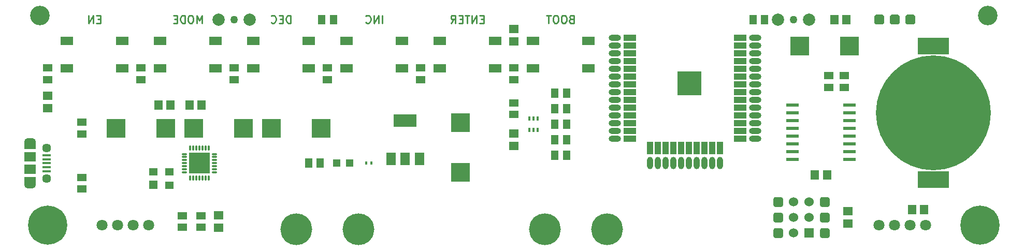
<source format=gbs>
G04 #@! TF.GenerationSoftware,KiCad,Pcbnew,5.0.0-rc2-dev-unknown-b5f1fdd~62~ubuntu16.04.1*
G04 #@! TF.CreationDate,2018-03-21T15:48:13+05:30*
G04 #@! TF.ProjectId,k3jr_controller,6B336A725F636F6E74726F6C6C65722E,rev 1*
G04 #@! TF.SameCoordinates,Original*
G04 #@! TF.FileFunction,Soldermask,Bot*
G04 #@! TF.FilePolarity,Negative*
%FSLAX46Y46*%
G04 Gerber Fmt 4.6, Leading zero omitted, Abs format (unit mm)*
G04 Created by KiCad (PCBNEW 5.0.0-rc2-dev-unknown-b5f1fdd~62~ubuntu16.04.1) date Wed Mar 21 15:48:13 2018*
%MOMM*%
%LPD*%
G01*
G04 APERTURE LIST*
%ADD10C,0.254000*%
%ADD11C,18.796000*%
%ADD12R,5.080000X2.794000*%
%ADD13C,2.000000*%
%ADD14C,1.270000*%
%ADD15R,2.100000X1.400000*%
%ADD16R,3.048000X3.048000*%
%ADD17R,1.400000X1.200000*%
%ADD18R,1.400000X1.400000*%
%ADD19R,1.900000X1.500000*%
%ADD20C,1.450000*%
%ADD21R,1.350000X0.400000*%
%ADD22O,1.900000X1.200000*%
%ADD23R,1.900000X1.200000*%
%ADD24C,0.800000*%
%ADD25C,6.400000*%
%ADD26O,0.850000X0.300000*%
%ADD27O,0.300000X0.850000*%
%ADD28R,1.675000X1.675000*%
%ADD29R,1.498600X1.300480*%
%ADD30R,1.550000X1.350000*%
%ADD31C,3.200000*%
%ADD32R,1.350000X1.550000*%
%ADD33R,1.500000X2.000000*%
%ADD34R,3.800000X2.000000*%
%ADD35R,1.300480X1.498600*%
%ADD36R,0.400000X0.650000*%
%ADD37C,0.127000*%
%ADD38C,1.600000*%
%ADD39R,1.998980X0.599440*%
%ADD40C,5.200000*%
%ADD41C,1.524000*%
%ADD42R,1.524000X1.524000*%
%ADD43C,1.800000*%
%ADD44R,0.400000X0.600000*%
%ADD45O,1.000000X2.000000*%
%ADD46O,2.000000X1.000000*%
%ADD47R,4.000000X4.000000*%
%ADD48R,2.000000X1.000000*%
%ADD49R,1.000000X2.000000*%
%ADD50R,1.198880X1.198880*%
G04 APERTURE END LIST*
D10*
X140788571Y-53884285D02*
X140607142Y-53944761D01*
X140546666Y-54005238D01*
X140486190Y-54126190D01*
X140486190Y-54307619D01*
X140546666Y-54428571D01*
X140607142Y-54489047D01*
X140728095Y-54549523D01*
X141211904Y-54549523D01*
X141211904Y-53279523D01*
X140788571Y-53279523D01*
X140667619Y-53340000D01*
X140607142Y-53400476D01*
X140546666Y-53521428D01*
X140546666Y-53642380D01*
X140607142Y-53763333D01*
X140667619Y-53823809D01*
X140788571Y-53884285D01*
X141211904Y-53884285D01*
X139700000Y-53279523D02*
X139458095Y-53279523D01*
X139337142Y-53340000D01*
X139216190Y-53460952D01*
X139155714Y-53702857D01*
X139155714Y-54126190D01*
X139216190Y-54368095D01*
X139337142Y-54489047D01*
X139458095Y-54549523D01*
X139700000Y-54549523D01*
X139820952Y-54489047D01*
X139941904Y-54368095D01*
X140002380Y-54126190D01*
X140002380Y-53702857D01*
X139941904Y-53460952D01*
X139820952Y-53340000D01*
X139700000Y-53279523D01*
X138369523Y-53279523D02*
X138127619Y-53279523D01*
X138006666Y-53340000D01*
X137885714Y-53460952D01*
X137825238Y-53702857D01*
X137825238Y-54126190D01*
X137885714Y-54368095D01*
X138006666Y-54489047D01*
X138127619Y-54549523D01*
X138369523Y-54549523D01*
X138490476Y-54489047D01*
X138611428Y-54368095D01*
X138671904Y-54126190D01*
X138671904Y-53702857D01*
X138611428Y-53460952D01*
X138490476Y-53340000D01*
X138369523Y-53279523D01*
X137462380Y-53279523D02*
X136736666Y-53279523D01*
X137099523Y-54549523D02*
X137099523Y-53279523D01*
X126455714Y-53884285D02*
X126032380Y-53884285D01*
X125850952Y-54549523D02*
X126455714Y-54549523D01*
X126455714Y-53279523D01*
X125850952Y-53279523D01*
X125306666Y-54549523D02*
X125306666Y-53279523D01*
X124580952Y-54549523D01*
X124580952Y-53279523D01*
X124157619Y-53279523D02*
X123431904Y-53279523D01*
X123794761Y-54549523D02*
X123794761Y-53279523D01*
X123008571Y-53884285D02*
X122585238Y-53884285D01*
X122403809Y-54549523D02*
X123008571Y-54549523D01*
X123008571Y-53279523D01*
X122403809Y-53279523D01*
X121133809Y-54549523D02*
X121557142Y-53944761D01*
X121859523Y-54549523D02*
X121859523Y-53279523D01*
X121375714Y-53279523D01*
X121254761Y-53340000D01*
X121194285Y-53400476D01*
X121133809Y-53521428D01*
X121133809Y-53702857D01*
X121194285Y-53823809D01*
X121254761Y-53884285D01*
X121375714Y-53944761D01*
X121859523Y-53944761D01*
X109885238Y-54549523D02*
X109885238Y-53279523D01*
X109280476Y-54549523D02*
X109280476Y-53279523D01*
X108554761Y-54549523D01*
X108554761Y-53279523D01*
X107224285Y-54428571D02*
X107284761Y-54489047D01*
X107466190Y-54549523D01*
X107587142Y-54549523D01*
X107768571Y-54489047D01*
X107889523Y-54368095D01*
X107950000Y-54247142D01*
X108010476Y-54005238D01*
X108010476Y-53823809D01*
X107950000Y-53581904D01*
X107889523Y-53460952D01*
X107768571Y-53340000D01*
X107587142Y-53279523D01*
X107466190Y-53279523D01*
X107284761Y-53340000D01*
X107224285Y-53400476D01*
X94887142Y-54549523D02*
X94887142Y-53279523D01*
X94584761Y-53279523D01*
X94403333Y-53340000D01*
X94282380Y-53460952D01*
X94221904Y-53581904D01*
X94161428Y-53823809D01*
X94161428Y-54005238D01*
X94221904Y-54247142D01*
X94282380Y-54368095D01*
X94403333Y-54489047D01*
X94584761Y-54549523D01*
X94887142Y-54549523D01*
X93617142Y-53884285D02*
X93193809Y-53884285D01*
X93012380Y-54549523D02*
X93617142Y-54549523D01*
X93617142Y-53279523D01*
X93012380Y-53279523D01*
X91742380Y-54428571D02*
X91802857Y-54489047D01*
X91984285Y-54549523D01*
X92105238Y-54549523D01*
X92286666Y-54489047D01*
X92407619Y-54368095D01*
X92468095Y-54247142D01*
X92528571Y-54005238D01*
X92528571Y-53823809D01*
X92468095Y-53581904D01*
X92407619Y-53460952D01*
X92286666Y-53340000D01*
X92105238Y-53279523D01*
X91984285Y-53279523D01*
X91802857Y-53340000D01*
X91742380Y-53400476D01*
X80403095Y-54549523D02*
X80403095Y-53279523D01*
X79979761Y-54186666D01*
X79556428Y-53279523D01*
X79556428Y-54549523D01*
X78709761Y-53279523D02*
X78467857Y-53279523D01*
X78346904Y-53340000D01*
X78225952Y-53460952D01*
X78165476Y-53702857D01*
X78165476Y-54126190D01*
X78225952Y-54368095D01*
X78346904Y-54489047D01*
X78467857Y-54549523D01*
X78709761Y-54549523D01*
X78830714Y-54489047D01*
X78951666Y-54368095D01*
X79012142Y-54126190D01*
X79012142Y-53702857D01*
X78951666Y-53460952D01*
X78830714Y-53340000D01*
X78709761Y-53279523D01*
X77621190Y-54549523D02*
X77621190Y-53279523D01*
X77318809Y-53279523D01*
X77137380Y-53340000D01*
X77016428Y-53460952D01*
X76955952Y-53581904D01*
X76895476Y-53823809D01*
X76895476Y-54005238D01*
X76955952Y-54247142D01*
X77016428Y-54368095D01*
X77137380Y-54489047D01*
X77318809Y-54549523D01*
X77621190Y-54549523D01*
X76351190Y-53884285D02*
X75927857Y-53884285D01*
X75746428Y-54549523D02*
X76351190Y-54549523D01*
X76351190Y-53279523D01*
X75746428Y-53279523D01*
X63802380Y-53884285D02*
X63379047Y-53884285D01*
X63197619Y-54549523D02*
X63802380Y-54549523D01*
X63802380Y-53279523D01*
X63197619Y-53279523D01*
X62653333Y-54549523D02*
X62653333Y-53279523D01*
X61927619Y-54549523D01*
X61927619Y-53279523D01*
D11*
X200025000Y-69215000D03*
D12*
X200025000Y-58293000D03*
X200025000Y-80137000D03*
D13*
X83185000Y-53975000D03*
X88265000Y-53975000D03*
D14*
X85725000Y-53975000D03*
D13*
X179705000Y-53975000D03*
X174625000Y-53975000D03*
D14*
X177165000Y-53975000D03*
D15*
X88795000Y-57440000D03*
X97895000Y-57440000D03*
X97895000Y-61940000D03*
X88795000Y-61940000D03*
D16*
X91821000Y-71755000D03*
X99949000Y-71755000D03*
D17*
X75087000Y-81110000D03*
X75087000Y-78910000D03*
X72487000Y-78910000D03*
D18*
X72487000Y-81010000D03*
D19*
X52355000Y-76470000D03*
D20*
X55055000Y-79970000D03*
D21*
X55055000Y-78120000D03*
X55055000Y-78770000D03*
X55055000Y-76170000D03*
X55055000Y-76820000D03*
X55055000Y-77470000D03*
D20*
X55055000Y-74970000D03*
D19*
X52355000Y-78470000D03*
D22*
X52355000Y-80970000D03*
X52355000Y-73970000D03*
D23*
X52355000Y-74570000D03*
X52355000Y-80370000D03*
D24*
X56942056Y-85932944D03*
X55245000Y-85230000D03*
X53547944Y-85932944D03*
X52845000Y-87630000D03*
X53547944Y-89327056D03*
X55245000Y-90030000D03*
X56942056Y-89327056D03*
X57645000Y-87630000D03*
D25*
X55245000Y-87630000D03*
D15*
X73555000Y-57440000D03*
X82655000Y-57440000D03*
X82655000Y-61940000D03*
X73555000Y-61940000D03*
D16*
X186309000Y-58293000D03*
X178181000Y-58293000D03*
D24*
X80010000Y-77470000D03*
X79375000Y-76835000D03*
X80645000Y-76835000D03*
X80645000Y-78105000D03*
X79375000Y-78105000D03*
D26*
X77560000Y-78970000D03*
X77560000Y-78470000D03*
X77560000Y-77970000D03*
X77560000Y-77470000D03*
X77560000Y-76970000D03*
X77560000Y-76470000D03*
X77560000Y-75970000D03*
D27*
X78510000Y-75020000D03*
X79010000Y-75020000D03*
X79510000Y-75020000D03*
X80010000Y-75020000D03*
X80510000Y-75020000D03*
X81010000Y-75020000D03*
X81510000Y-75020000D03*
D26*
X82460000Y-75970000D03*
X82460000Y-76470000D03*
X82460000Y-76970000D03*
X82460000Y-77470000D03*
X82460000Y-77970000D03*
X82460000Y-78470000D03*
X82460000Y-78970000D03*
D27*
X81510000Y-79920000D03*
X81010000Y-79920000D03*
X80510000Y-79920000D03*
X80010000Y-79920000D03*
X79510000Y-79920000D03*
X79010000Y-79920000D03*
X78510000Y-79920000D03*
D28*
X80847500Y-76632500D03*
X80847500Y-78307500D03*
X79172500Y-76632500D03*
X79172500Y-78307500D03*
D29*
X70485000Y-61912500D03*
X70485000Y-63817500D03*
X85725000Y-61912500D03*
X85725000Y-63817500D03*
D30*
X83185000Y-87995000D03*
X83185000Y-85995000D03*
D15*
X143615000Y-61940000D03*
X134515000Y-61940000D03*
X134515000Y-57440000D03*
X143615000Y-57440000D03*
D31*
X53975000Y-53340000D03*
X208915000Y-53340000D03*
D16*
X122682000Y-78994000D03*
X122682000Y-70866000D03*
D32*
X182610000Y-79375000D03*
X180610000Y-79375000D03*
D29*
X100965000Y-61912500D03*
X100965000Y-63817500D03*
X116205000Y-61912500D03*
X116205000Y-63817500D03*
X80250000Y-86047500D03*
X80250000Y-87952500D03*
D33*
X115965000Y-76810000D03*
X111365000Y-76810000D03*
X113665000Y-76810000D03*
D34*
X113665000Y-70510000D03*
D35*
X140017500Y-68580000D03*
X138112500Y-68580000D03*
X138112500Y-71120000D03*
X140017500Y-71120000D03*
X140017500Y-73660000D03*
X138112500Y-73660000D03*
X140017500Y-76200000D03*
X138112500Y-76200000D03*
D29*
X131445000Y-63817500D03*
X131445000Y-61912500D03*
X55245000Y-63817500D03*
X55245000Y-61912500D03*
D35*
X97853500Y-77470000D03*
X99758500Y-77470000D03*
D29*
X131445000Y-67627500D03*
X131445000Y-69532500D03*
D36*
X133970000Y-72070000D03*
X135270000Y-72070000D03*
X134620000Y-70170000D03*
X134620000Y-72070000D03*
X135270000Y-70170000D03*
X133970000Y-70170000D03*
D32*
X183785000Y-53975000D03*
X185785000Y-53975000D03*
X78375000Y-67945000D03*
X80375000Y-67945000D03*
D16*
X87249000Y-71755000D03*
X79121000Y-71755000D03*
D32*
X75295000Y-67945000D03*
X73295000Y-67945000D03*
D16*
X66421000Y-71755000D03*
X74549000Y-71755000D03*
D30*
X131445000Y-57515000D03*
X131445000Y-55515000D03*
X55245000Y-66437000D03*
X55245000Y-68437000D03*
D29*
X77250000Y-86047500D03*
X77250000Y-87952500D03*
X185420000Y-63182500D03*
X185420000Y-65087500D03*
X182880000Y-63182500D03*
X182880000Y-65087500D03*
D37*
G36*
X191574207Y-53176926D02*
X191613036Y-53182686D01*
X191651114Y-53192224D01*
X191688073Y-53205448D01*
X191723559Y-53222231D01*
X191757228Y-53242412D01*
X191788757Y-53265796D01*
X191817843Y-53292157D01*
X191844204Y-53321243D01*
X191867588Y-53352772D01*
X191887769Y-53386441D01*
X191904552Y-53421927D01*
X191917776Y-53458886D01*
X191927314Y-53496964D01*
X191933074Y-53535793D01*
X191935000Y-53575000D01*
X191935000Y-54375000D01*
X191933074Y-54414207D01*
X191927314Y-54453036D01*
X191917776Y-54491114D01*
X191904552Y-54528073D01*
X191887769Y-54563559D01*
X191867588Y-54597228D01*
X191844204Y-54628757D01*
X191817843Y-54657843D01*
X191788757Y-54684204D01*
X191757228Y-54707588D01*
X191723559Y-54727769D01*
X191688073Y-54744552D01*
X191651114Y-54757776D01*
X191613036Y-54767314D01*
X191574207Y-54773074D01*
X191535000Y-54775000D01*
X190735000Y-54775000D01*
X190695793Y-54773074D01*
X190656964Y-54767314D01*
X190618886Y-54757776D01*
X190581927Y-54744552D01*
X190546441Y-54727769D01*
X190512772Y-54707588D01*
X190481243Y-54684204D01*
X190452157Y-54657843D01*
X190425796Y-54628757D01*
X190402412Y-54597228D01*
X190382231Y-54563559D01*
X190365448Y-54528073D01*
X190352224Y-54491114D01*
X190342686Y-54453036D01*
X190336926Y-54414207D01*
X190335000Y-54375000D01*
X190335000Y-53575000D01*
X190336926Y-53535793D01*
X190342686Y-53496964D01*
X190352224Y-53458886D01*
X190365448Y-53421927D01*
X190382231Y-53386441D01*
X190402412Y-53352772D01*
X190425796Y-53321243D01*
X190452157Y-53292157D01*
X190481243Y-53265796D01*
X190512772Y-53242412D01*
X190546441Y-53222231D01*
X190581927Y-53205448D01*
X190618886Y-53192224D01*
X190656964Y-53182686D01*
X190695793Y-53176926D01*
X190735000Y-53175000D01*
X191535000Y-53175000D01*
X191574207Y-53176926D01*
X191574207Y-53176926D01*
G37*
D38*
X191135000Y-53975000D03*
D15*
X104035000Y-57440000D03*
X113135000Y-57440000D03*
X113135000Y-61940000D03*
X104035000Y-61940000D03*
D24*
X209342056Y-85932944D03*
X207645000Y-85230000D03*
X205947944Y-85932944D03*
X205245000Y-87630000D03*
X205947944Y-89327056D03*
X207645000Y-90030000D03*
X209342056Y-89327056D03*
X210045000Y-87630000D03*
D25*
X207645000Y-87630000D03*
D39*
X176959260Y-67945000D03*
X176959260Y-69215000D03*
X176959260Y-70485000D03*
X176959260Y-71755000D03*
X176959260Y-73025000D03*
X176959260Y-74295000D03*
X176959260Y-75565000D03*
X176959260Y-76835000D03*
X186260740Y-76835000D03*
X186260740Y-75565000D03*
X186260740Y-74295000D03*
X186260740Y-73025000D03*
X186260740Y-71755000D03*
X186260740Y-70485000D03*
X186260740Y-69215000D03*
X186260740Y-67945000D03*
D15*
X67415000Y-61940000D03*
X58315000Y-61940000D03*
X58315000Y-57440000D03*
X67415000Y-57440000D03*
D40*
X136525000Y-88265000D03*
X146685000Y-88265000D03*
D37*
G36*
X182684207Y-88101926D02*
X182723036Y-88107686D01*
X182761114Y-88117224D01*
X182798073Y-88130448D01*
X182833559Y-88147231D01*
X182867228Y-88167412D01*
X182898757Y-88190796D01*
X182927843Y-88217157D01*
X182954204Y-88246243D01*
X182977588Y-88277772D01*
X182997769Y-88311441D01*
X183014552Y-88346927D01*
X183027776Y-88383886D01*
X183037314Y-88421964D01*
X183043074Y-88460793D01*
X183045000Y-88500000D01*
X183045000Y-89300000D01*
X183043074Y-89339207D01*
X183037314Y-89378036D01*
X183027776Y-89416114D01*
X183014552Y-89453073D01*
X182997769Y-89488559D01*
X182977588Y-89522228D01*
X182954204Y-89553757D01*
X182927843Y-89582843D01*
X182898757Y-89609204D01*
X182867228Y-89632588D01*
X182833559Y-89652769D01*
X182798073Y-89669552D01*
X182761114Y-89682776D01*
X182723036Y-89692314D01*
X182684207Y-89698074D01*
X182645000Y-89700000D01*
X181845000Y-89700000D01*
X181805793Y-89698074D01*
X181766964Y-89692314D01*
X181728886Y-89682776D01*
X181691927Y-89669552D01*
X181656441Y-89652769D01*
X181622772Y-89632588D01*
X181591243Y-89609204D01*
X181562157Y-89582843D01*
X181535796Y-89553757D01*
X181512412Y-89522228D01*
X181492231Y-89488559D01*
X181475448Y-89453073D01*
X181462224Y-89416114D01*
X181452686Y-89378036D01*
X181446926Y-89339207D01*
X181445000Y-89300000D01*
X181445000Y-88500000D01*
X181446926Y-88460793D01*
X181452686Y-88421964D01*
X181462224Y-88383886D01*
X181475448Y-88346927D01*
X181492231Y-88311441D01*
X181512412Y-88277772D01*
X181535796Y-88246243D01*
X181562157Y-88217157D01*
X181591243Y-88190796D01*
X181622772Y-88167412D01*
X181656441Y-88147231D01*
X181691927Y-88130448D01*
X181728886Y-88117224D01*
X181766964Y-88107686D01*
X181805793Y-88101926D01*
X181845000Y-88100000D01*
X182645000Y-88100000D01*
X182684207Y-88101926D01*
X182684207Y-88101926D01*
G37*
D38*
X182245000Y-88900000D03*
D37*
G36*
X175064207Y-88101926D02*
X175103036Y-88107686D01*
X175141114Y-88117224D01*
X175178073Y-88130448D01*
X175213559Y-88147231D01*
X175247228Y-88167412D01*
X175278757Y-88190796D01*
X175307843Y-88217157D01*
X175334204Y-88246243D01*
X175357588Y-88277772D01*
X175377769Y-88311441D01*
X175394552Y-88346927D01*
X175407776Y-88383886D01*
X175417314Y-88421964D01*
X175423074Y-88460793D01*
X175425000Y-88500000D01*
X175425000Y-89300000D01*
X175423074Y-89339207D01*
X175417314Y-89378036D01*
X175407776Y-89416114D01*
X175394552Y-89453073D01*
X175377769Y-89488559D01*
X175357588Y-89522228D01*
X175334204Y-89553757D01*
X175307843Y-89582843D01*
X175278757Y-89609204D01*
X175247228Y-89632588D01*
X175213559Y-89652769D01*
X175178073Y-89669552D01*
X175141114Y-89682776D01*
X175103036Y-89692314D01*
X175064207Y-89698074D01*
X175025000Y-89700000D01*
X174225000Y-89700000D01*
X174185793Y-89698074D01*
X174146964Y-89692314D01*
X174108886Y-89682776D01*
X174071927Y-89669552D01*
X174036441Y-89652769D01*
X174002772Y-89632588D01*
X173971243Y-89609204D01*
X173942157Y-89582843D01*
X173915796Y-89553757D01*
X173892412Y-89522228D01*
X173872231Y-89488559D01*
X173855448Y-89453073D01*
X173842224Y-89416114D01*
X173832686Y-89378036D01*
X173826926Y-89339207D01*
X173825000Y-89300000D01*
X173825000Y-88500000D01*
X173826926Y-88460793D01*
X173832686Y-88421964D01*
X173842224Y-88383886D01*
X173855448Y-88346927D01*
X173872231Y-88311441D01*
X173892412Y-88277772D01*
X173915796Y-88246243D01*
X173942157Y-88217157D01*
X173971243Y-88190796D01*
X174002772Y-88167412D01*
X174036441Y-88147231D01*
X174071927Y-88130448D01*
X174108886Y-88117224D01*
X174146964Y-88107686D01*
X174185793Y-88101926D01*
X174225000Y-88100000D01*
X175025000Y-88100000D01*
X175064207Y-88101926D01*
X175064207Y-88101926D01*
G37*
D38*
X174625000Y-88900000D03*
D37*
G36*
X182684207Y-85561926D02*
X182723036Y-85567686D01*
X182761114Y-85577224D01*
X182798073Y-85590448D01*
X182833559Y-85607231D01*
X182867228Y-85627412D01*
X182898757Y-85650796D01*
X182927843Y-85677157D01*
X182954204Y-85706243D01*
X182977588Y-85737772D01*
X182997769Y-85771441D01*
X183014552Y-85806927D01*
X183027776Y-85843886D01*
X183037314Y-85881964D01*
X183043074Y-85920793D01*
X183045000Y-85960000D01*
X183045000Y-86760000D01*
X183043074Y-86799207D01*
X183037314Y-86838036D01*
X183027776Y-86876114D01*
X183014552Y-86913073D01*
X182997769Y-86948559D01*
X182977588Y-86982228D01*
X182954204Y-87013757D01*
X182927843Y-87042843D01*
X182898757Y-87069204D01*
X182867228Y-87092588D01*
X182833559Y-87112769D01*
X182798073Y-87129552D01*
X182761114Y-87142776D01*
X182723036Y-87152314D01*
X182684207Y-87158074D01*
X182645000Y-87160000D01*
X181845000Y-87160000D01*
X181805793Y-87158074D01*
X181766964Y-87152314D01*
X181728886Y-87142776D01*
X181691927Y-87129552D01*
X181656441Y-87112769D01*
X181622772Y-87092588D01*
X181591243Y-87069204D01*
X181562157Y-87042843D01*
X181535796Y-87013757D01*
X181512412Y-86982228D01*
X181492231Y-86948559D01*
X181475448Y-86913073D01*
X181462224Y-86876114D01*
X181452686Y-86838036D01*
X181446926Y-86799207D01*
X181445000Y-86760000D01*
X181445000Y-85960000D01*
X181446926Y-85920793D01*
X181452686Y-85881964D01*
X181462224Y-85843886D01*
X181475448Y-85806927D01*
X181492231Y-85771441D01*
X181512412Y-85737772D01*
X181535796Y-85706243D01*
X181562157Y-85677157D01*
X181591243Y-85650796D01*
X181622772Y-85627412D01*
X181656441Y-85607231D01*
X181691927Y-85590448D01*
X181728886Y-85577224D01*
X181766964Y-85567686D01*
X181805793Y-85561926D01*
X181845000Y-85560000D01*
X182645000Y-85560000D01*
X182684207Y-85561926D01*
X182684207Y-85561926D01*
G37*
D38*
X182245000Y-86360000D03*
D41*
X179705000Y-83820000D03*
X177165000Y-83820000D03*
X179705000Y-86360000D03*
X177165000Y-86360000D03*
D42*
X179705000Y-88900000D03*
D41*
X177165000Y-88900000D03*
D37*
G36*
X175064207Y-85561926D02*
X175103036Y-85567686D01*
X175141114Y-85577224D01*
X175178073Y-85590448D01*
X175213559Y-85607231D01*
X175247228Y-85627412D01*
X175278757Y-85650796D01*
X175307843Y-85677157D01*
X175334204Y-85706243D01*
X175357588Y-85737772D01*
X175377769Y-85771441D01*
X175394552Y-85806927D01*
X175407776Y-85843886D01*
X175417314Y-85881964D01*
X175423074Y-85920793D01*
X175425000Y-85960000D01*
X175425000Y-86760000D01*
X175423074Y-86799207D01*
X175417314Y-86838036D01*
X175407776Y-86876114D01*
X175394552Y-86913073D01*
X175377769Y-86948559D01*
X175357588Y-86982228D01*
X175334204Y-87013757D01*
X175307843Y-87042843D01*
X175278757Y-87069204D01*
X175247228Y-87092588D01*
X175213559Y-87112769D01*
X175178073Y-87129552D01*
X175141114Y-87142776D01*
X175103036Y-87152314D01*
X175064207Y-87158074D01*
X175025000Y-87160000D01*
X174225000Y-87160000D01*
X174185793Y-87158074D01*
X174146964Y-87152314D01*
X174108886Y-87142776D01*
X174071927Y-87129552D01*
X174036441Y-87112769D01*
X174002772Y-87092588D01*
X173971243Y-87069204D01*
X173942157Y-87042843D01*
X173915796Y-87013757D01*
X173892412Y-86982228D01*
X173872231Y-86948559D01*
X173855448Y-86913073D01*
X173842224Y-86876114D01*
X173832686Y-86838036D01*
X173826926Y-86799207D01*
X173825000Y-86760000D01*
X173825000Y-85960000D01*
X173826926Y-85920793D01*
X173832686Y-85881964D01*
X173842224Y-85843886D01*
X173855448Y-85806927D01*
X173872231Y-85771441D01*
X173892412Y-85737772D01*
X173915796Y-85706243D01*
X173942157Y-85677157D01*
X173971243Y-85650796D01*
X174002772Y-85627412D01*
X174036441Y-85607231D01*
X174071927Y-85590448D01*
X174108886Y-85577224D01*
X174146964Y-85567686D01*
X174185793Y-85561926D01*
X174225000Y-85560000D01*
X175025000Y-85560000D01*
X175064207Y-85561926D01*
X175064207Y-85561926D01*
G37*
D38*
X174625000Y-86360000D03*
D37*
G36*
X182684207Y-83021926D02*
X182723036Y-83027686D01*
X182761114Y-83037224D01*
X182798073Y-83050448D01*
X182833559Y-83067231D01*
X182867228Y-83087412D01*
X182898757Y-83110796D01*
X182927843Y-83137157D01*
X182954204Y-83166243D01*
X182977588Y-83197772D01*
X182997769Y-83231441D01*
X183014552Y-83266927D01*
X183027776Y-83303886D01*
X183037314Y-83341964D01*
X183043074Y-83380793D01*
X183045000Y-83420000D01*
X183045000Y-84220000D01*
X183043074Y-84259207D01*
X183037314Y-84298036D01*
X183027776Y-84336114D01*
X183014552Y-84373073D01*
X182997769Y-84408559D01*
X182977588Y-84442228D01*
X182954204Y-84473757D01*
X182927843Y-84502843D01*
X182898757Y-84529204D01*
X182867228Y-84552588D01*
X182833559Y-84572769D01*
X182798073Y-84589552D01*
X182761114Y-84602776D01*
X182723036Y-84612314D01*
X182684207Y-84618074D01*
X182645000Y-84620000D01*
X181845000Y-84620000D01*
X181805793Y-84618074D01*
X181766964Y-84612314D01*
X181728886Y-84602776D01*
X181691927Y-84589552D01*
X181656441Y-84572769D01*
X181622772Y-84552588D01*
X181591243Y-84529204D01*
X181562157Y-84502843D01*
X181535796Y-84473757D01*
X181512412Y-84442228D01*
X181492231Y-84408559D01*
X181475448Y-84373073D01*
X181462224Y-84336114D01*
X181452686Y-84298036D01*
X181446926Y-84259207D01*
X181445000Y-84220000D01*
X181445000Y-83420000D01*
X181446926Y-83380793D01*
X181452686Y-83341964D01*
X181462224Y-83303886D01*
X181475448Y-83266927D01*
X181492231Y-83231441D01*
X181512412Y-83197772D01*
X181535796Y-83166243D01*
X181562157Y-83137157D01*
X181591243Y-83110796D01*
X181622772Y-83087412D01*
X181656441Y-83067231D01*
X181691927Y-83050448D01*
X181728886Y-83037224D01*
X181766964Y-83027686D01*
X181805793Y-83021926D01*
X181845000Y-83020000D01*
X182645000Y-83020000D01*
X182684207Y-83021926D01*
X182684207Y-83021926D01*
G37*
D38*
X182245000Y-83820000D03*
D37*
G36*
X175064207Y-83021926D02*
X175103036Y-83027686D01*
X175141114Y-83037224D01*
X175178073Y-83050448D01*
X175213559Y-83067231D01*
X175247228Y-83087412D01*
X175278757Y-83110796D01*
X175307843Y-83137157D01*
X175334204Y-83166243D01*
X175357588Y-83197772D01*
X175377769Y-83231441D01*
X175394552Y-83266927D01*
X175407776Y-83303886D01*
X175417314Y-83341964D01*
X175423074Y-83380793D01*
X175425000Y-83420000D01*
X175425000Y-84220000D01*
X175423074Y-84259207D01*
X175417314Y-84298036D01*
X175407776Y-84336114D01*
X175394552Y-84373073D01*
X175377769Y-84408559D01*
X175357588Y-84442228D01*
X175334204Y-84473757D01*
X175307843Y-84502843D01*
X175278757Y-84529204D01*
X175247228Y-84552588D01*
X175213559Y-84572769D01*
X175178073Y-84589552D01*
X175141114Y-84602776D01*
X175103036Y-84612314D01*
X175064207Y-84618074D01*
X175025000Y-84620000D01*
X174225000Y-84620000D01*
X174185793Y-84618074D01*
X174146964Y-84612314D01*
X174108886Y-84602776D01*
X174071927Y-84589552D01*
X174036441Y-84572769D01*
X174002772Y-84552588D01*
X173971243Y-84529204D01*
X173942157Y-84502843D01*
X173915796Y-84473757D01*
X173892412Y-84442228D01*
X173872231Y-84408559D01*
X173855448Y-84373073D01*
X173842224Y-84336114D01*
X173832686Y-84298036D01*
X173826926Y-84259207D01*
X173825000Y-84220000D01*
X173825000Y-83420000D01*
X173826926Y-83380793D01*
X173832686Y-83341964D01*
X173842224Y-83303886D01*
X173855448Y-83266927D01*
X173872231Y-83231441D01*
X173892412Y-83197772D01*
X173915796Y-83166243D01*
X173942157Y-83137157D01*
X173971243Y-83110796D01*
X174002772Y-83087412D01*
X174036441Y-83067231D01*
X174071927Y-83050448D01*
X174108886Y-83037224D01*
X174146964Y-83027686D01*
X174185793Y-83021926D01*
X174225000Y-83020000D01*
X175025000Y-83020000D01*
X175064207Y-83021926D01*
X175064207Y-83021926D01*
G37*
D38*
X174625000Y-83820000D03*
D30*
X186055000Y-87360000D03*
X186055000Y-85360000D03*
D37*
G36*
X196654207Y-53176926D02*
X196693036Y-53182686D01*
X196731114Y-53192224D01*
X196768073Y-53205448D01*
X196803559Y-53222231D01*
X196837228Y-53242412D01*
X196868757Y-53265796D01*
X196897843Y-53292157D01*
X196924204Y-53321243D01*
X196947588Y-53352772D01*
X196967769Y-53386441D01*
X196984552Y-53421927D01*
X196997776Y-53458886D01*
X197007314Y-53496964D01*
X197013074Y-53535793D01*
X197015000Y-53575000D01*
X197015000Y-54375000D01*
X197013074Y-54414207D01*
X197007314Y-54453036D01*
X196997776Y-54491114D01*
X196984552Y-54528073D01*
X196967769Y-54563559D01*
X196947588Y-54597228D01*
X196924204Y-54628757D01*
X196897843Y-54657843D01*
X196868757Y-54684204D01*
X196837228Y-54707588D01*
X196803559Y-54727769D01*
X196768073Y-54744552D01*
X196731114Y-54757776D01*
X196693036Y-54767314D01*
X196654207Y-54773074D01*
X196615000Y-54775000D01*
X195815000Y-54775000D01*
X195775793Y-54773074D01*
X195736964Y-54767314D01*
X195698886Y-54757776D01*
X195661927Y-54744552D01*
X195626441Y-54727769D01*
X195592772Y-54707588D01*
X195561243Y-54684204D01*
X195532157Y-54657843D01*
X195505796Y-54628757D01*
X195482412Y-54597228D01*
X195462231Y-54563559D01*
X195445448Y-54528073D01*
X195432224Y-54491114D01*
X195422686Y-54453036D01*
X195416926Y-54414207D01*
X195415000Y-54375000D01*
X195415000Y-53575000D01*
X195416926Y-53535793D01*
X195422686Y-53496964D01*
X195432224Y-53458886D01*
X195445448Y-53421927D01*
X195462231Y-53386441D01*
X195482412Y-53352772D01*
X195505796Y-53321243D01*
X195532157Y-53292157D01*
X195561243Y-53265796D01*
X195592772Y-53242412D01*
X195626441Y-53222231D01*
X195661927Y-53205448D01*
X195698886Y-53192224D01*
X195736964Y-53182686D01*
X195775793Y-53176926D01*
X195815000Y-53175000D01*
X196615000Y-53175000D01*
X196654207Y-53176926D01*
X196654207Y-53176926D01*
G37*
D38*
X196215000Y-53975000D03*
D37*
G36*
X194114207Y-53176926D02*
X194153036Y-53182686D01*
X194191114Y-53192224D01*
X194228073Y-53205448D01*
X194263559Y-53222231D01*
X194297228Y-53242412D01*
X194328757Y-53265796D01*
X194357843Y-53292157D01*
X194384204Y-53321243D01*
X194407588Y-53352772D01*
X194427769Y-53386441D01*
X194444552Y-53421927D01*
X194457776Y-53458886D01*
X194467314Y-53496964D01*
X194473074Y-53535793D01*
X194475000Y-53575000D01*
X194475000Y-54375000D01*
X194473074Y-54414207D01*
X194467314Y-54453036D01*
X194457776Y-54491114D01*
X194444552Y-54528073D01*
X194427769Y-54563559D01*
X194407588Y-54597228D01*
X194384204Y-54628757D01*
X194357843Y-54657843D01*
X194328757Y-54684204D01*
X194297228Y-54707588D01*
X194263559Y-54727769D01*
X194228073Y-54744552D01*
X194191114Y-54757776D01*
X194153036Y-54767314D01*
X194114207Y-54773074D01*
X194075000Y-54775000D01*
X193275000Y-54775000D01*
X193235793Y-54773074D01*
X193196964Y-54767314D01*
X193158886Y-54757776D01*
X193121927Y-54744552D01*
X193086441Y-54727769D01*
X193052772Y-54707588D01*
X193021243Y-54684204D01*
X192992157Y-54657843D01*
X192965796Y-54628757D01*
X192942412Y-54597228D01*
X192922231Y-54563559D01*
X192905448Y-54528073D01*
X192892224Y-54491114D01*
X192882686Y-54453036D01*
X192876926Y-54414207D01*
X192875000Y-54375000D01*
X192875000Y-53575000D01*
X192876926Y-53535793D01*
X192882686Y-53496964D01*
X192892224Y-53458886D01*
X192905448Y-53421927D01*
X192922231Y-53386441D01*
X192942412Y-53352772D01*
X192965796Y-53321243D01*
X192992157Y-53292157D01*
X193021243Y-53265796D01*
X193052772Y-53242412D01*
X193086441Y-53222231D01*
X193121927Y-53205448D01*
X193158886Y-53192224D01*
X193196964Y-53182686D01*
X193235793Y-53176926D01*
X193275000Y-53175000D01*
X194075000Y-53175000D01*
X194114207Y-53176926D01*
X194114207Y-53176926D01*
G37*
D38*
X193675000Y-53975000D03*
D43*
X64135000Y-87630000D03*
X66675000Y-87630000D03*
X69215000Y-87630000D03*
X71755000Y-87630000D03*
X191135000Y-87630000D03*
X193675000Y-87630000D03*
X196215000Y-87630000D03*
X198755000Y-87630000D03*
D32*
X196485000Y-85090000D03*
X198485000Y-85090000D03*
D40*
X106045000Y-88265000D03*
X95885000Y-88265000D03*
D44*
X108146000Y-77470000D03*
X107246000Y-77470000D03*
D45*
X158750000Y-77480000D03*
X153670000Y-77480000D03*
X154940000Y-77480000D03*
X156210000Y-77480000D03*
X157480000Y-77480000D03*
X160020000Y-77480000D03*
X161290000Y-77480000D03*
X162560000Y-77480000D03*
X163830000Y-77480000D03*
X165100000Y-77480000D03*
D46*
X147885000Y-59520000D03*
X147885000Y-70950000D03*
X147885000Y-62060000D03*
X147885000Y-64600000D03*
X147885000Y-65870000D03*
X147885000Y-72220000D03*
X147885000Y-73490000D03*
X147885000Y-63330000D03*
X147885000Y-69680000D03*
X147885000Y-56980000D03*
X147885000Y-60790000D03*
X147885000Y-68410000D03*
X147885000Y-67140000D03*
X147885000Y-58250000D03*
X170885000Y-73490000D03*
X170885000Y-72220000D03*
X170885000Y-70950000D03*
X170885000Y-69680000D03*
X170885000Y-68410000D03*
X170885000Y-67140000D03*
X170885000Y-65870000D03*
X170885000Y-64600000D03*
X170885000Y-63330000D03*
X170885000Y-62060000D03*
X170885000Y-60790000D03*
X170885000Y-59520000D03*
X170885000Y-58250000D03*
X170885000Y-56980000D03*
D47*
X160085000Y-64380000D03*
D48*
X150385000Y-56980000D03*
X150385000Y-58250000D03*
X150385000Y-59520000D03*
X150385000Y-60790000D03*
X150385000Y-62060000D03*
X150385000Y-63330000D03*
X150385000Y-64600000D03*
X150385000Y-65870000D03*
X150385000Y-67140000D03*
X150385000Y-68410000D03*
X150385000Y-69680000D03*
X150385000Y-70950000D03*
X150385000Y-72220000D03*
X150385000Y-73490000D03*
D49*
X153670000Y-74980000D03*
X154940000Y-74980000D03*
X156210000Y-74980000D03*
X157480000Y-74980000D03*
X158750000Y-74980000D03*
X160020000Y-74980000D03*
X161290000Y-74980000D03*
X162560000Y-74980000D03*
X163830000Y-74980000D03*
X165100000Y-74980000D03*
D48*
X168385000Y-73490000D03*
X168385000Y-72220000D03*
X168385000Y-70950000D03*
X168385000Y-69680000D03*
X168385000Y-68410000D03*
X168385000Y-67140000D03*
X168385000Y-65870000D03*
X168385000Y-64600000D03*
X168385000Y-63330000D03*
X168385000Y-62060000D03*
X168385000Y-60790000D03*
X168385000Y-59520000D03*
X168385000Y-58250000D03*
X168385000Y-56980000D03*
D35*
X140017500Y-66040000D03*
X138112500Y-66040000D03*
D30*
X131445000Y-72660000D03*
X131445000Y-74660000D03*
D15*
X119275000Y-57440000D03*
X128375000Y-57440000D03*
X128375000Y-61940000D03*
X119275000Y-61940000D03*
D50*
X102455980Y-77470000D03*
X104554020Y-77470000D03*
D35*
X101917500Y-53975000D03*
X100012500Y-53975000D03*
X170497500Y-53975000D03*
X172402500Y-53975000D03*
D29*
X60833000Y-79819500D03*
X60833000Y-81724500D03*
X60833000Y-72707500D03*
X60833000Y-70802500D03*
M02*

</source>
